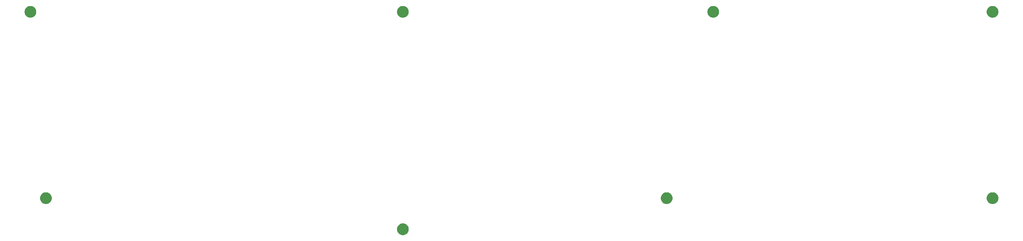
<source format=gbr>
G04 #@! TF.GenerationSoftware,KiCad,Pcbnew,(5.1.5-0-10_14)*
G04 #@! TF.CreationDate,2020-05-12T08:54:25-06:00*
G04 #@! TF.ProjectId,FR4Plate,46523450-6c61-4746-952e-6b696361645f,rev?*
G04 #@! TF.SameCoordinates,Original*
G04 #@! TF.FileFunction,Soldermask,Bot*
G04 #@! TF.FilePolarity,Negative*
%FSLAX46Y46*%
G04 Gerber Fmt 4.6, Leading zero omitted, Abs format (unit mm)*
G04 Created by KiCad (PCBNEW (5.1.5-0-10_14)) date 2020-05-12 08:54:25*
%MOMM*%
%LPD*%
G04 APERTURE LIST*
%ADD10C,0.100000*%
G04 APERTURE END LIST*
D10*
G36*
X177975831Y-151811961D02*
G01*
X178303592Y-151947724D01*
X178598570Y-152144822D01*
X178849428Y-152395680D01*
X179046526Y-152690658D01*
X179182289Y-153018419D01*
X179251500Y-153366366D01*
X179251500Y-153721134D01*
X179182289Y-154069081D01*
X179046526Y-154396842D01*
X178849428Y-154691820D01*
X178598570Y-154942678D01*
X178303592Y-155139776D01*
X177975831Y-155275539D01*
X177627884Y-155344750D01*
X177273116Y-155344750D01*
X176925169Y-155275539D01*
X176597408Y-155139776D01*
X176302430Y-154942678D01*
X176051572Y-154691820D01*
X175854474Y-154396842D01*
X175718711Y-154069081D01*
X175649500Y-153721134D01*
X175649500Y-153366366D01*
X175718711Y-153018419D01*
X175854474Y-152690658D01*
X176051572Y-152395680D01*
X176302430Y-152144822D01*
X176597408Y-151947724D01*
X176925169Y-151811961D01*
X177273116Y-151742750D01*
X177627884Y-151742750D01*
X177975831Y-151811961D01*
G37*
G36*
X358950831Y-142286961D02*
G01*
X359278592Y-142422724D01*
X359573570Y-142619822D01*
X359824428Y-142870680D01*
X360021526Y-143165658D01*
X360157289Y-143493419D01*
X360226500Y-143841366D01*
X360226500Y-144196134D01*
X360157289Y-144544081D01*
X360021526Y-144871842D01*
X359824428Y-145166820D01*
X359573570Y-145417678D01*
X359278592Y-145614776D01*
X358950831Y-145750539D01*
X358602884Y-145819750D01*
X358248116Y-145819750D01*
X357900169Y-145750539D01*
X357572408Y-145614776D01*
X357277430Y-145417678D01*
X357026572Y-145166820D01*
X356829474Y-144871842D01*
X356693711Y-144544081D01*
X356624500Y-144196134D01*
X356624500Y-143841366D01*
X356693711Y-143493419D01*
X356829474Y-143165658D01*
X357026572Y-142870680D01*
X357277430Y-142619822D01*
X357572408Y-142422724D01*
X357900169Y-142286961D01*
X358248116Y-142217750D01*
X358602884Y-142217750D01*
X358950831Y-142286961D01*
G37*
G36*
X258938331Y-142286961D02*
G01*
X259266092Y-142422724D01*
X259561070Y-142619822D01*
X259811928Y-142870680D01*
X260009026Y-143165658D01*
X260144789Y-143493419D01*
X260214000Y-143841366D01*
X260214000Y-144196134D01*
X260144789Y-144544081D01*
X260009026Y-144871842D01*
X259811928Y-145166820D01*
X259561070Y-145417678D01*
X259266092Y-145614776D01*
X258938331Y-145750539D01*
X258590384Y-145819750D01*
X258235616Y-145819750D01*
X257887669Y-145750539D01*
X257559908Y-145614776D01*
X257264930Y-145417678D01*
X257014072Y-145166820D01*
X256816974Y-144871842D01*
X256681211Y-144544081D01*
X256612000Y-144196134D01*
X256612000Y-143841366D01*
X256681211Y-143493419D01*
X256816974Y-143165658D01*
X257014072Y-142870680D01*
X257264930Y-142619822D01*
X257559908Y-142422724D01*
X257887669Y-142286961D01*
X258235616Y-142217750D01*
X258590384Y-142217750D01*
X258938331Y-142286961D01*
G37*
G36*
X68438331Y-142286961D02*
G01*
X68766092Y-142422724D01*
X69061070Y-142619822D01*
X69311928Y-142870680D01*
X69509026Y-143165658D01*
X69644789Y-143493419D01*
X69714000Y-143841366D01*
X69714000Y-144196134D01*
X69644789Y-144544081D01*
X69509026Y-144871842D01*
X69311928Y-145166820D01*
X69061070Y-145417678D01*
X68766092Y-145614776D01*
X68438331Y-145750539D01*
X68090384Y-145819750D01*
X67735616Y-145819750D01*
X67387669Y-145750539D01*
X67059908Y-145614776D01*
X66764930Y-145417678D01*
X66514072Y-145166820D01*
X66316974Y-144871842D01*
X66181211Y-144544081D01*
X66112000Y-144196134D01*
X66112000Y-143841366D01*
X66181211Y-143493419D01*
X66316974Y-143165658D01*
X66514072Y-142870680D01*
X66764930Y-142619822D01*
X67059908Y-142422724D01*
X67387669Y-142286961D01*
X67735616Y-142217750D01*
X68090384Y-142217750D01*
X68438331Y-142286961D01*
G37*
G36*
X358950831Y-85136961D02*
G01*
X359278592Y-85272724D01*
X359573570Y-85469822D01*
X359824428Y-85720680D01*
X360021526Y-86015658D01*
X360157289Y-86343419D01*
X360226500Y-86691366D01*
X360226500Y-87046134D01*
X360157289Y-87394081D01*
X360021526Y-87721842D01*
X359824428Y-88016820D01*
X359573570Y-88267678D01*
X359278592Y-88464776D01*
X358950831Y-88600539D01*
X358602884Y-88669750D01*
X358248116Y-88669750D01*
X357900169Y-88600539D01*
X357572408Y-88464776D01*
X357277430Y-88267678D01*
X357026572Y-88016820D01*
X356829474Y-87721842D01*
X356693711Y-87394081D01*
X356624500Y-87046134D01*
X356624500Y-86691366D01*
X356693711Y-86343419D01*
X356829474Y-86015658D01*
X357026572Y-85720680D01*
X357277430Y-85469822D01*
X357572408Y-85272724D01*
X357900169Y-85136961D01*
X358248116Y-85067750D01*
X358602884Y-85067750D01*
X358950831Y-85136961D01*
G37*
G36*
X273225831Y-85136961D02*
G01*
X273553592Y-85272724D01*
X273848570Y-85469822D01*
X274099428Y-85720680D01*
X274296526Y-86015658D01*
X274432289Y-86343419D01*
X274501500Y-86691366D01*
X274501500Y-87046134D01*
X274432289Y-87394081D01*
X274296526Y-87721842D01*
X274099428Y-88016820D01*
X273848570Y-88267678D01*
X273553592Y-88464776D01*
X273225831Y-88600539D01*
X272877884Y-88669750D01*
X272523116Y-88669750D01*
X272175169Y-88600539D01*
X271847408Y-88464776D01*
X271552430Y-88267678D01*
X271301572Y-88016820D01*
X271104474Y-87721842D01*
X270968711Y-87394081D01*
X270899500Y-87046134D01*
X270899500Y-86691366D01*
X270968711Y-86343419D01*
X271104474Y-86015658D01*
X271301572Y-85720680D01*
X271552430Y-85469822D01*
X271847408Y-85272724D01*
X272175169Y-85136961D01*
X272523116Y-85067750D01*
X272877884Y-85067750D01*
X273225831Y-85136961D01*
G37*
G36*
X177975831Y-85136961D02*
G01*
X178303592Y-85272724D01*
X178598570Y-85469822D01*
X178849428Y-85720680D01*
X179046526Y-86015658D01*
X179182289Y-86343419D01*
X179251500Y-86691366D01*
X179251500Y-87046134D01*
X179182289Y-87394081D01*
X179046526Y-87721842D01*
X178849428Y-88016820D01*
X178598570Y-88267678D01*
X178303592Y-88464776D01*
X177975831Y-88600539D01*
X177627884Y-88669750D01*
X177273116Y-88669750D01*
X176925169Y-88600539D01*
X176597408Y-88464776D01*
X176302430Y-88267678D01*
X176051572Y-88016820D01*
X175854474Y-87721842D01*
X175718711Y-87394081D01*
X175649500Y-87046134D01*
X175649500Y-86691366D01*
X175718711Y-86343419D01*
X175854474Y-86015658D01*
X176051572Y-85720680D01*
X176302430Y-85469822D01*
X176597408Y-85272724D01*
X176925169Y-85136961D01*
X177273116Y-85067750D01*
X177627884Y-85067750D01*
X177975831Y-85136961D01*
G37*
G36*
X63675831Y-85136961D02*
G01*
X64003592Y-85272724D01*
X64298570Y-85469822D01*
X64549428Y-85720680D01*
X64746526Y-86015658D01*
X64882289Y-86343419D01*
X64951500Y-86691366D01*
X64951500Y-87046134D01*
X64882289Y-87394081D01*
X64746526Y-87721842D01*
X64549428Y-88016820D01*
X64298570Y-88267678D01*
X64003592Y-88464776D01*
X63675831Y-88600539D01*
X63327884Y-88669750D01*
X62973116Y-88669750D01*
X62625169Y-88600539D01*
X62297408Y-88464776D01*
X62002430Y-88267678D01*
X61751572Y-88016820D01*
X61554474Y-87721842D01*
X61418711Y-87394081D01*
X61349500Y-87046134D01*
X61349500Y-86691366D01*
X61418711Y-86343419D01*
X61554474Y-86015658D01*
X61751572Y-85720680D01*
X62002430Y-85469822D01*
X62297408Y-85272724D01*
X62625169Y-85136961D01*
X62973116Y-85067750D01*
X63327884Y-85067750D01*
X63675831Y-85136961D01*
G37*
M02*

</source>
